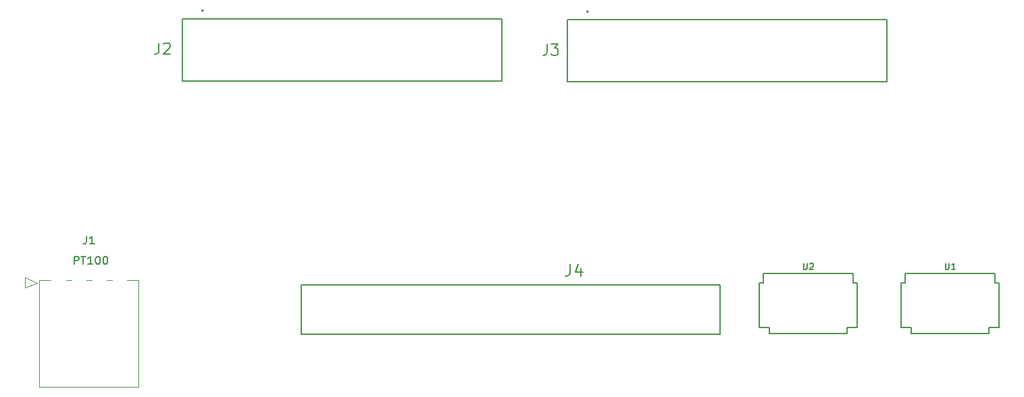
<source format=gbr>
G04 #@! TF.GenerationSoftware,KiCad,Pcbnew,(5.99.0-9973-gfb99c55869)*
G04 #@! TF.CreationDate,2022-03-18T17:34:01-07:00*
G04 #@! TF.ProjectId,v1,76312e6b-6963-4616-945f-706362585858,rev?*
G04 #@! TF.SameCoordinates,Original*
G04 #@! TF.FileFunction,Legend,Top*
G04 #@! TF.FilePolarity,Positive*
%FSLAX46Y46*%
G04 Gerber Fmt 4.6, Leading zero omitted, Abs format (unit mm)*
G04 Created by KiCad (PCBNEW (5.99.0-9973-gfb99c55869)) date 2022-03-18 17:34:01*
%MOMM*%
%LPD*%
G01*
G04 APERTURE LIST*
%ADD10C,0.150000*%
%ADD11C,0.120000*%
%ADD12C,0.127000*%
%ADD13C,0.200000*%
G04 APERTURE END LIST*
D10*
X89346167Y-128992387D02*
X89346167Y-129706673D01*
X89298548Y-129849530D01*
X89203310Y-129944768D01*
X89060453Y-129992387D01*
X88965215Y-129992387D01*
X90346167Y-129992387D02*
X89774739Y-129992387D01*
X90060453Y-129992387D02*
X90060453Y-128992387D01*
X89965215Y-129135245D01*
X89869977Y-129230483D01*
X89774739Y-129278102D01*
X87844572Y-132532387D02*
X87844572Y-131532387D01*
X88225524Y-131532387D01*
X88320762Y-131580007D01*
X88368381Y-131627626D01*
X88416001Y-131722864D01*
X88416001Y-131865721D01*
X88368381Y-131960959D01*
X88320762Y-132008578D01*
X88225524Y-132056197D01*
X87844572Y-132056197D01*
X88701715Y-131532387D02*
X89273143Y-131532387D01*
X88987429Y-132532387D02*
X88987429Y-131532387D01*
X90130286Y-132532387D02*
X89558858Y-132532387D01*
X89844572Y-132532387D02*
X89844572Y-131532387D01*
X89749334Y-131675245D01*
X89654096Y-131770483D01*
X89558858Y-131818102D01*
X90749334Y-131532387D02*
X90844572Y-131532387D01*
X90939810Y-131580007D01*
X90987429Y-131627626D01*
X91035048Y-131722864D01*
X91082667Y-131913340D01*
X91082667Y-132151435D01*
X91035048Y-132341911D01*
X90987429Y-132437149D01*
X90939810Y-132484768D01*
X90844572Y-132532387D01*
X90749334Y-132532387D01*
X90654096Y-132484768D01*
X90606477Y-132437149D01*
X90558858Y-132341911D01*
X90511239Y-132151435D01*
X90511239Y-131913340D01*
X90558858Y-131722864D01*
X90606477Y-131627626D01*
X90654096Y-131580007D01*
X90749334Y-131532387D01*
X91701715Y-131532387D02*
X91796953Y-131532387D01*
X91892191Y-131580007D01*
X91939810Y-131627626D01*
X91987429Y-131722864D01*
X92035048Y-131913340D01*
X92035048Y-132151435D01*
X91987429Y-132341911D01*
X91939810Y-132437149D01*
X91892191Y-132484768D01*
X91796953Y-132532387D01*
X91701715Y-132532387D01*
X91606477Y-132484768D01*
X91558858Y-132437149D01*
X91511239Y-132341911D01*
X91463620Y-132151435D01*
X91463620Y-131913340D01*
X91511239Y-131722864D01*
X91558858Y-131627626D01*
X91606477Y-131580007D01*
X91701715Y-131532387D01*
X98466333Y-104770333D02*
X98466333Y-105770333D01*
X98399666Y-105970333D01*
X98266333Y-106103666D01*
X98066333Y-106170333D01*
X97933000Y-106170333D01*
X99066333Y-104903666D02*
X99133000Y-104837000D01*
X99266333Y-104770333D01*
X99599666Y-104770333D01*
X99733000Y-104837000D01*
X99799666Y-104903666D01*
X99866333Y-105037000D01*
X99866333Y-105170333D01*
X99799666Y-105370333D01*
X98999666Y-106170333D01*
X99866333Y-106170333D01*
X197032074Y-132388803D02*
X197032074Y-133026224D01*
X197069570Y-133101215D01*
X197107065Y-133138710D01*
X197182056Y-133176205D01*
X197332037Y-133176205D01*
X197407028Y-133138710D01*
X197444523Y-133101215D01*
X197482018Y-133026224D01*
X197482018Y-132388803D01*
X198269420Y-133176205D02*
X197819476Y-133176205D01*
X198044448Y-133176205D02*
X198044448Y-132388803D01*
X197969458Y-132501289D01*
X197894467Y-132576280D01*
X197819476Y-132613775D01*
X179252074Y-132388803D02*
X179252074Y-133026224D01*
X179289570Y-133101215D01*
X179327065Y-133138710D01*
X179402056Y-133176205D01*
X179552037Y-133176205D01*
X179627028Y-133138710D01*
X179664523Y-133101215D01*
X179702018Y-133026224D01*
X179702018Y-132388803D01*
X180039476Y-132463794D02*
X180076972Y-132426299D01*
X180151962Y-132388803D01*
X180339439Y-132388803D01*
X180414430Y-132426299D01*
X180451925Y-132463794D01*
X180489420Y-132538785D01*
X180489420Y-132613775D01*
X180451925Y-132726261D01*
X180001981Y-133176205D01*
X180489420Y-133176205D01*
X147107333Y-104897333D02*
X147107333Y-105897333D01*
X147040666Y-106097333D01*
X146907333Y-106230666D01*
X146707333Y-106297333D01*
X146574000Y-106297333D01*
X147640666Y-104897333D02*
X148507333Y-104897333D01*
X148040666Y-105430666D01*
X148240666Y-105430666D01*
X148374000Y-105497333D01*
X148440666Y-105564000D01*
X148507333Y-105697333D01*
X148507333Y-106030666D01*
X148440666Y-106164000D01*
X148374000Y-106230666D01*
X148240666Y-106297333D01*
X147840666Y-106297333D01*
X147707333Y-106230666D01*
X147640666Y-106164000D01*
X149995000Y-132528571D02*
X149995000Y-133600000D01*
X149923571Y-133814285D01*
X149780714Y-133957142D01*
X149566428Y-134028571D01*
X149423571Y-134028571D01*
X151352142Y-133028571D02*
X151352142Y-134028571D01*
X150995000Y-132457142D02*
X150637857Y-133528571D01*
X151566428Y-133528571D01*
D11*
X95929489Y-147925508D02*
X95929489Y-134522507D01*
X87469034Y-134522507D02*
X86864541Y-134522507D01*
X81651513Y-135482508D02*
X83175513Y-134847508D01*
X83429513Y-134522507D02*
X83429513Y-147925508D01*
X83429513Y-147925508D02*
X95929489Y-147925508D01*
X95929489Y-134522507D02*
X94429968Y-134522507D01*
X92549034Y-134522507D02*
X91889968Y-134522507D01*
X90009034Y-134522507D02*
X89349968Y-134522507D01*
X83175513Y-134847508D02*
X81651513Y-134212508D01*
X81651513Y-134212508D02*
X81651513Y-135482508D01*
X84874461Y-134522507D02*
X83429513Y-134522507D01*
D12*
X101412000Y-101718500D02*
X141412000Y-101718500D01*
X141412000Y-101718500D02*
X141412000Y-109518500D01*
X141412000Y-109518500D02*
X101412000Y-109518500D01*
X101412000Y-109518500D02*
X101412000Y-101718500D01*
D13*
X104012000Y-100718500D02*
G75*
G03*
X104012000Y-100718500I-100000J0D01*
G01*
X202472000Y-140465000D02*
X202472000Y-141215000D01*
X203237000Y-134890000D02*
X203737000Y-134890000D01*
X191487000Y-140465000D02*
X191487000Y-134890000D01*
X203737000Y-140465000D02*
X202472000Y-140465000D01*
X192752000Y-140465000D02*
X191487000Y-140465000D01*
X203737000Y-134890000D02*
X203737000Y-140465000D01*
X192752000Y-141215000D02*
X192752000Y-140465000D01*
X203237000Y-133661000D02*
X203237000Y-134890000D01*
X202472000Y-141215000D02*
X192752000Y-141215000D01*
X191487000Y-134890000D02*
X191987000Y-134890000D01*
X191987000Y-134890000D02*
X191987000Y-133661000D01*
X191987000Y-133661000D02*
X203237000Y-133661000D01*
X174972000Y-140465000D02*
X173707000Y-140465000D01*
X184692000Y-140465000D02*
X184692000Y-141215000D01*
X174972000Y-141215000D02*
X174972000Y-140465000D01*
X174207000Y-133661000D02*
X185457000Y-133661000D01*
X174207000Y-134890000D02*
X174207000Y-133661000D01*
X173707000Y-140465000D02*
X173707000Y-134890000D01*
X184692000Y-141215000D02*
X174972000Y-141215000D01*
X185457000Y-134890000D02*
X185957000Y-134890000D01*
X173707000Y-134890000D02*
X174207000Y-134890000D01*
X185957000Y-140465000D02*
X184692000Y-140465000D01*
X185957000Y-134890000D02*
X185957000Y-140465000D01*
X185457000Y-133661000D02*
X185457000Y-134890000D01*
D12*
X149672000Y-109664000D02*
X149672000Y-101864000D01*
X189672000Y-101864000D02*
X189672000Y-109664000D01*
X149672000Y-101864000D02*
X189672000Y-101864000D01*
X189672000Y-109664000D02*
X149672000Y-109664000D01*
D13*
X152272000Y-100864000D02*
G75*
G03*
X152272000Y-100864000I-100000J0D01*
G01*
X116321000Y-141277012D02*
X168785000Y-141277012D01*
X168785000Y-135106992D02*
X116321000Y-135106992D01*
X168785000Y-141277012D02*
X168785000Y-135106992D01*
X116321000Y-135106992D02*
X116321000Y-141277012D01*
M02*

</source>
